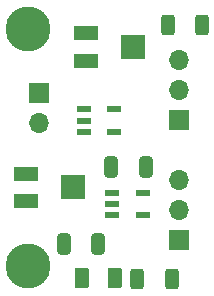
<source format=gbr>
%TF.GenerationSoftware,KiCad,Pcbnew,(6.0.8-1)-1*%
%TF.CreationDate,2023-07-28T17:56:29-05:00*%
%TF.ProjectId,FSR Adaptor,46535220-4164-4617-9074-6f722e6b6963,rev?*%
%TF.SameCoordinates,Original*%
%TF.FileFunction,Soldermask,Top*%
%TF.FilePolarity,Negative*%
%FSLAX46Y46*%
G04 Gerber Fmt 4.6, Leading zero omitted, Abs format (unit mm)*
G04 Created by KiCad (PCBNEW (6.0.8-1)-1) date 2023-07-28 17:56:29*
%MOMM*%
%LPD*%
G01*
G04 APERTURE LIST*
G04 Aperture macros list*
%AMRoundRect*
0 Rectangle with rounded corners*
0 $1 Rounding radius*
0 $2 $3 $4 $5 $6 $7 $8 $9 X,Y pos of 4 corners*
0 Add a 4 corners polygon primitive as box body*
4,1,4,$2,$3,$4,$5,$6,$7,$8,$9,$2,$3,0*
0 Add four circle primitives for the rounded corners*
1,1,$1+$1,$2,$3*
1,1,$1+$1,$4,$5*
1,1,$1+$1,$6,$7*
1,1,$1+$1,$8,$9*
0 Add four rect primitives between the rounded corners*
20,1,$1+$1,$2,$3,$4,$5,0*
20,1,$1+$1,$4,$5,$6,$7,0*
20,1,$1+$1,$6,$7,$8,$9,0*
20,1,$1+$1,$8,$9,$2,$3,0*%
G04 Aperture macros list end*
%ADD10R,1.700000X1.700000*%
%ADD11O,1.700000X1.700000*%
%ADD12R,2.000000X1.300000*%
%ADD13R,2.000000X2.000000*%
%ADD14RoundRect,0.250000X0.312500X0.625000X-0.312500X0.625000X-0.312500X-0.625000X0.312500X-0.625000X0*%
%ADD15RoundRect,0.250000X0.325000X0.650000X-0.325000X0.650000X-0.325000X-0.650000X0.325000X-0.650000X0*%
%ADD16R,1.200000X0.600000*%
%ADD17C,3.800000*%
%ADD18RoundRect,0.250000X-0.375000X-0.625000X0.375000X-0.625000X0.375000X0.625000X-0.375000X0.625000X0*%
%ADD19RoundRect,0.250000X-0.312500X-0.625000X0.312500X-0.625000X0.312500X0.625000X-0.312500X0.625000X0*%
G04 APERTURE END LIST*
D10*
%TO.C,J2*%
X65354200Y-70353228D03*
D11*
X65354200Y-67813228D03*
X65354200Y-65273228D03*
%TD*%
D12*
%TO.C,RV1*%
X52374800Y-67012200D03*
D13*
X56374800Y-65862200D03*
D12*
X52374800Y-64712200D03*
%TD*%
D14*
%TO.C,R1*%
X67299300Y-52146200D03*
X64374300Y-52146200D03*
%TD*%
D12*
%TO.C,RV2*%
X57410600Y-55150400D03*
D13*
X61410600Y-54000400D03*
D12*
X57410600Y-52850400D03*
%TD*%
D15*
%TO.C,C1*%
X58498000Y-70637400D03*
X55548000Y-70637400D03*
%TD*%
D16*
%TO.C,U1*%
X57247000Y-59273400D03*
X57247000Y-60223400D03*
X57247000Y-61173400D03*
X59847000Y-61173400D03*
X59847000Y-59273400D03*
%TD*%
D17*
%TO.C,H2*%
X52500000Y-52500000D03*
%TD*%
%TO.C,H1*%
X52500000Y-72500000D03*
%TD*%
D10*
%TO.C,J1*%
X53492400Y-57861200D03*
D11*
X53492400Y-60401200D03*
%TD*%
D10*
%TO.C,J3*%
X65354200Y-60193228D03*
D11*
X65354200Y-57653228D03*
X65354200Y-55113228D03*
%TD*%
D18*
%TO.C,D1*%
X57121600Y-73558400D03*
X59921600Y-73558400D03*
%TD*%
D19*
%TO.C,R2*%
X61808900Y-73609200D03*
X64733900Y-73609200D03*
%TD*%
D15*
%TO.C,C2*%
X62511200Y-64160400D03*
X59561200Y-64160400D03*
%TD*%
D16*
%TO.C,U2*%
X59639200Y-66334600D03*
X59639200Y-67284600D03*
X59639200Y-68234600D03*
X62239200Y-68234600D03*
X62239200Y-66334600D03*
%TD*%
M02*

</source>
